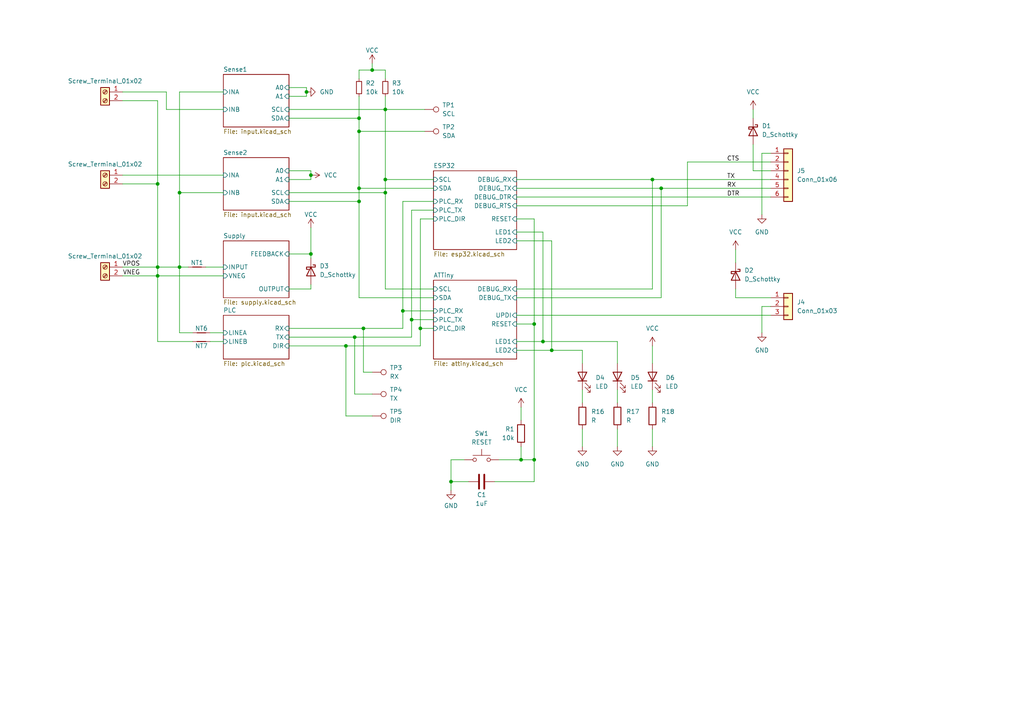
<source format=kicad_sch>
(kicad_sch (version 20230121) (generator eeschema)
  (paper "A4")
  (lib_symbols
    (symbol "Connector:Screw_Terminal_01x02" (pin_names (offset 1.016) hide)
      (property "Reference" "J" (at 0 2.54 0))
      (property "Value" "Screw_Terminal_01x02" (at 0 -5.08 0))
      (symbol "Screw_Terminal_01x02_1_1"
        (rectangle (start -1.27 1.27) (end 1.27 -3.81) (stroke (width 0.254)) (fill (type background)))
        (circle (center 0 -2.54) (radius 0.635) (stroke (width 0.1524)))
        (polyline (pts (xy -0.5334 -2.2098) (xy 0.3302 -3.048)) (stroke (width 0.1524)))
        (polyline (pts (xy -0.5334 0.3302) (xy 0.3302 -0.508)) (stroke (width 0.1524)))
        (polyline (pts (xy -0.3556 -2.032) (xy 0.508 -2.8702)) (stroke (width 0.1524)))
        (polyline (pts (xy -0.3556 0.508) (xy 0.508 -0.3302)) (stroke (width 0.1524)))
        (circle (center 0 0) (radius 0.635) (stroke (width 0.1524)))
        (pin passive line (at -5.08 0 0) (length 3.81) (name "Pin_1") (number "1"))
        (pin passive line (at -5.08 -2.54 0) (length 3.81) (name "Pin_2") (number "2"))
      )
    )
    (symbol "Connector:TestPoint" (pin_numbers hide) (pin_names (offset 0.762) hide)
      (property "Reference" "TP" (at 0 6.858 0))
      (property "Value" "TestPoint" (at 0 5.08 0))
      (symbol "TestPoint_0_1"
        (circle (center 0 3.302) (radius 0.762))
      )
      (symbol "TestPoint_1_1"
        (pin passive line (at 0 0 90) (length 2.54) (name "1") (number "1"))
      )
    )
    (symbol "Connector_Generic:Conn_01x03" (pin_names (offset 1.016) hide)
      (property "Reference" "J" (at 0 5.08 0))
      (property "Value" "Conn_01x03" (at 0 -5.08 0))
      (symbol "Conn_01x03_1_1"
        (rectangle (start -1.27 -2.413) (end 0 -2.667) (stroke (width 0.1524)))
        (rectangle (start -1.27 0.127) (end 0 -0.127) (stroke (width 0.1524)))
        (rectangle (start -1.27 2.667) (end 0 2.413) (stroke (width 0.1524)))
        (rectangle (start -1.27 3.81) (end 1.27 -3.81) (stroke (width 0.254)) (fill (type background)))
        (pin passive line (at -5.08 2.54 0) (length 3.81) (name "Pin_1") (number "1"))
        (pin passive line (at -5.08 0 0) (length 3.81) (name "Pin_2") (number "2"))
        (pin passive line (at -5.08 -2.54 0) (length 3.81) (name "Pin_3") (number "3"))
      )
    )
    (symbol "Connector_Generic:Conn_01x06" (pin_names (offset 1.016) hide)
      (property "Reference" "J" (at 0 7.62 0))
      (property "Value" "Conn_01x06" (at 0 -10.16 0))
      (symbol "Conn_01x06_1_1"
        (rectangle (start -1.27 -7.493) (end 0 -7.747) (stroke (width 0.1524)))
        (rectangle (start -1.27 -4.953) (end 0 -5.207) (stroke (width 0.1524)))
        (rectangle (start -1.27 -2.413) (end 0 -2.667) (stroke (width 0.1524)))
        (rectangle (start -1.27 0.127) (end 0 -0.127) (stroke (width 0.1524)))
        (rectangle (start -1.27 2.667) (end 0 2.413) (stroke (width 0.1524)))
        (rectangle (start -1.27 5.207) (end 0 4.953) (stroke (width 0.1524)))
        (rectangle (start -1.27 6.35) (end 1.27 -8.89) (stroke (width 0.254)) (fill (type background)))
        (pin passive line (at -5.08 5.08 0) (length 3.81) (name "Pin_1") (number "1"))
        (pin passive line (at -5.08 2.54 0) (length 3.81) (name "Pin_2") (number "2"))
        (pin passive line (at -5.08 0 0) (length 3.81) (name "Pin_3") (number "3"))
        (pin passive line (at -5.08 -2.54 0) (length 3.81) (name "Pin_4") (number "4"))
        (pin passive line (at -5.08 -5.08 0) (length 3.81) (name "Pin_5") (number "5"))
        (pin passive line (at -5.08 -7.62 0) (length 3.81) (name "Pin_6") (number "6"))
      )
    )
    (symbol "Device:C" (pin_numbers hide) (pin_names (offset 0.254))
      (property "Reference" "C" (at 0.635 2.54 0))
      (property "Value" "C" (at 0.635 -2.54 0))
      (symbol "C_0_1"
        (polyline (pts (xy -2.032 -0.762) (xy 2.032 -0.762)) (stroke (width 0.508)))
        (polyline (pts (xy -2.032 0.762) (xy 2.032 0.762)) (stroke (width 0.508)))
      )
      (symbol "C_1_1"
        (pin passive line (at 0 3.81 270) (length 2.794) (name "~") (number "1"))
        (pin passive line (at 0 -3.81 90) (length 2.794) (name "~") (number "2"))
      )
    )
    (symbol "Device:D_Schottky" (pin_numbers hide) (pin_names (offset 1.016) hide)
      (property "Reference" "D" (at 0 2.54 0))
      (property "Value" "D_Schottky" (at 0 -2.54 0))
      (symbol "D_Schottky_0_1"
        (polyline (pts (xy 1.27 0) (xy -1.27 0)))
        (polyline (pts (xy 1.27 1.27) (xy 1.27 -1.27) (xy -1.27 0) (xy 1.27 1.27)) (stroke (width 0.254)))
        (polyline (pts (xy -1.905 0.635) (xy -1.905 1.27) (xy -1.27 1.27) (xy -1.27 -1.27) (xy -0.635 -1.27) (xy -0.635 -0.635)) (stroke (width 0.254)))
      )
      (symbol "D_Schottky_1_1"
        (pin passive line (at -3.81 0 0) (length 2.54) (name "K") (number "1"))
        (pin passive line (at 3.81 0 180) (length 2.54) (name "A") (number "2"))
      )
    )
    (symbol "Device:LED" (pin_numbers hide) (pin_names (offset 1.016) hide)
      (property "Reference" "D" (at 0 2.54 0))
      (property "Value" "LED" (at 0 -2.54 0))
      (symbol "LED_0_1"
        (polyline (pts (xy -1.27 -1.27) (xy -1.27 1.27)) (stroke (width 0.254)))
        (polyline (pts (xy -1.27 0) (xy 1.27 0)))
        (polyline (pts (xy 1.27 -1.27) (xy 1.27 1.27) (xy -1.27 0) (xy 1.27 -1.27)) (stroke (width 0.254)))
        (polyline (pts (xy -3.048 -0.762) (xy -4.572 -2.286) (xy -3.81 -2.286) (xy -4.572 -2.286) (xy -4.572 -1.524)))
        (polyline (pts (xy -1.778 -0.762) (xy -3.302 -2.286) (xy -2.54 -2.286) (xy -3.302 -2.286) (xy -3.302 -1.524)))
      )
      (symbol "LED_1_1"
        (pin passive line (at -3.81 0 0) (length 2.54) (name "K") (number "1"))
        (pin passive line (at 3.81 0 180) (length 2.54) (name "A") (number "2"))
      )
    )
    (symbol "Device:NetTie_2" (pin_numbers hide) (pin_names (offset 0) hide) (in_bom no)
      (property "Reference" "NT" (at 0 1.27 0))
      (property "Value" "NetTie_2" (at 0 -1.27 0))
      (symbol "NetTie_2_0_1"
        (polyline (pts (xy -1.27 0) (xy 1.27 0)) (stroke (width 0.254)))
      )
      (symbol "NetTie_2_1_1"
        (pin passive line (at -2.54 0 0) (length 2.54) (name "1") (number "1"))
        (pin passive line (at 2.54 0 180) (length 2.54) (name "2") (number "2"))
      )
    )
    (symbol "Device:R" (pin_numbers hide) (pin_names (offset 0))
      (property "Reference" "R" (at 2.032 0 90))
      (property "Value" "R" (at 0 0 90))
      (symbol "R_0_1"
        (rectangle (start -1.016 -2.54) (end 1.016 2.54) (stroke (width 0.254)))
      )
      (symbol "R_1_1"
        (pin passive line (at 0 3.81 270) (length 1.27) (name "~") (number "1"))
        (pin passive line (at 0 -3.81 90) (length 1.27) (name "~") (number "2"))
      )
    )
    (symbol "Device:R_Small" (pin_numbers hide) (pin_names (offset 0.254) hide)
      (property "Reference" "R" (at 0.762 0.508 0))
      (property "Value" "R_Small" (at 0.762 -1.016 0))
      (symbol "R_Small_0_1"
        (rectangle (start -0.762 1.778) (end 0.762 -1.778) (stroke (width 0.2032)))
      )
      (symbol "R_Small_1_1"
        (pin passive line (at 0 2.54 270) (length 0.762) (name "~") (number "1"))
        (pin passive line (at 0 -2.54 90) (length 0.762) (name "~") (number "2"))
      )
    )
    (symbol "Switch:SW_Push" (pin_numbers hide) (pin_names (offset 1.016) hide)
      (property "Reference" "SW" (at 1.27 2.54 0))
      (property "Value" "SW_Push" (at 0 -1.524 0))
      (symbol "SW_Push_0_1"
        (circle (center -2.032 0) (radius 0.508))
        (polyline (pts (xy 0 1.27) (xy 0 3.048)))
        (polyline (pts (xy 2.54 1.27) (xy -2.54 1.27)))
        (circle (center 2.032 0) (radius 0.508))
        (pin passive line (at -5.08 0 0) (length 2.54) (name "1") (number "1"))
        (pin passive line (at 5.08 0 180) (length 2.54) (name "2") (number "2"))
      )
    )
    (symbol "power:GND" (power) (pin_names (offset 0))
      (property "Value" "GND" (at 0 -3.81 0))
      (symbol "GND_0_1"
        (polyline (pts (xy 0 0) (xy 0 -1.27) (xy 1.27 -1.27) (xy 0 -2.54) (xy -1.27 -1.27) (xy 0 -1.27)))
      )
      (symbol "GND_1_1"
        (pin power_in line (at 0 0 270) (length 0) hide (name "GND") (number "1"))
      )
    )
    (symbol "power:VCC" (power) (pin_names (offset 0))
      (property "Value" "VCC" (at 0 3.81 0))
      (symbol "VCC_0_1"
        (polyline (pts (xy -0.762 1.27) (xy 0 2.54)))
        (polyline (pts (xy 0 0) (xy 0 2.54)))
        (polyline (pts (xy 0 2.54) (xy 0.762 1.27)))
      )
      (symbol "VCC_1_1"
        (pin power_in line (at 0 0 90) (length 0) hide (name "VCC") (number "1"))
      )
    )
  )
  (junction (at 104.14 54.61))
  (junction (at 45.72 53.34))
  (junction (at 119.38 92.71))
  (junction (at 157.48 99.06))
  (junction (at 52.07 55.88))
  (junction (at 90.17 73.66))
  (junction (at 116.84 90.17))
  (junction (at 45.72 80.01))
  (junction (at 90.17 50.8))
  (junction (at 88.9 26.67))
  (junction (at 104.14 34.29))
  (junction (at 154.94 93.98))
  (junction (at 111.76 52.07))
  (junction (at 189.23 52.07))
  (junction (at 121.92 95.25))
  (junction (at 105.41 95.25))
  (junction (at 191.77 54.61))
  (junction (at 102.87 97.79))
  (junction (at 107.95 20.32))
  (junction (at 52.07 77.47))
  (junction (at 100.33 100.33))
  (junction (at 111.76 55.88))
  (junction (at 160.02 101.6))
  (junction (at 45.72 77.47))
  (junction (at 104.14 38.1))
  (junction (at 151.13 133.35))
  (junction (at 130.81 139.7))
  (junction (at 104.14 58.42))
  (junction (at 111.76 31.75))
  (junction (at 154.94 133.35))
  (wire (pts (xy 130.81 133.35) (xy 130.81 139.7)))
  (wire (pts (xy 90.17 73.66) (xy 90.17 74.93)))
  (wire (pts (xy 157.48 67.31) (xy 157.48 99.06)))
  (wire (pts (xy 149.86 69.85) (xy 160.02 69.85)))
  (wire (pts (xy 35.56 53.34) (xy 45.72 53.34)))
  (wire (pts (xy 107.95 114.3) (xy 102.87 114.3)))
  (wire (pts (xy 179.07 124.46) (xy 179.07 129.54)))
  (wire (pts (xy 35.56 50.8) (xy 64.77 50.8)))
  (wire (pts (xy 83.82 55.88) (xy 111.76 55.88)))
  (wire (pts (xy 220.98 88.9) (xy 220.98 96.52)))
  (wire (pts (xy 154.94 139.7) (xy 143.51 139.7)))
  (wire (pts (xy 111.76 20.32) (xy 107.95 20.32)))
  (wire (pts (xy 149.86 52.07) (xy 189.23 52.07)))
  (wire (pts (xy 45.72 80.01) (xy 45.72 77.47)))
  (wire (pts (xy 191.77 54.61) (xy 223.52 54.61)))
  (wire (pts (xy 83.82 34.29) (xy 104.14 34.29)))
  (wire (pts (xy 105.41 107.95) (xy 105.41 95.25)))
  (wire (pts (xy 90.17 49.53) (xy 90.17 50.8)))
  (wire (pts (xy 83.82 83.82) (xy 90.17 83.82)))
  (wire (pts (xy 121.92 100.33) (xy 100.33 100.33)))
  (wire (pts (xy 149.86 59.69) (xy 199.39 59.69)))
  (wire (pts (xy 125.73 63.5) (xy 121.92 63.5)))
  (wire (pts (xy 119.38 97.79) (xy 119.38 92.71)))
  (wire (pts (xy 199.39 46.99) (xy 223.52 46.99)))
  (wire (pts (xy 189.23 113.03) (xy 189.23 116.84)))
  (wire (pts (xy 130.81 133.35) (xy 134.62 133.35)))
  (wire (pts (xy 125.73 92.71) (xy 119.38 92.71)))
  (wire (pts (xy 107.95 120.65) (xy 100.33 120.65)))
  (wire (pts (xy 35.56 80.01) (xy 45.72 80.01)))
  (wire (pts (xy 213.36 86.36) (xy 213.36 83.82)))
  (wire (pts (xy 189.23 52.07) (xy 223.52 52.07)))
  (wire (pts (xy 104.14 38.1) (xy 104.14 54.61)))
  (wire (pts (xy 149.86 54.61) (xy 191.77 54.61)))
  (wire (pts (xy 52.07 96.52) (xy 55.88 96.52)))
  (wire (pts (xy 189.23 100.33) (xy 189.23 105.41)))
  (wire (pts (xy 52.07 77.47) (xy 45.72 77.47)))
  (wire (pts (xy 59.69 77.47) (xy 64.77 77.47)))
  (wire (pts (xy 168.91 105.41) (xy 168.91 101.6)))
  (wire (pts (xy 116.84 90.17) (xy 125.73 90.17)))
  (wire (pts (xy 160.02 69.85) (xy 160.02 101.6)))
  (wire (pts (xy 168.91 113.03) (xy 168.91 116.84)))
  (wire (pts (xy 83.82 97.79) (xy 102.87 97.79)))
  (wire (pts (xy 160.02 101.6) (xy 149.86 101.6)))
  (wire (pts (xy 107.95 107.95) (xy 105.41 107.95)))
  (wire (pts (xy 60.96 99.06) (xy 64.77 99.06)))
  (wire (pts (xy 130.81 139.7) (xy 135.89 139.7)))
  (wire (pts (xy 119.38 92.71) (xy 119.38 60.96)))
  (wire (pts (xy 45.72 53.34) (xy 45.72 77.47)))
  (wire (pts (xy 116.84 90.17) (xy 116.84 58.42)))
  (wire (pts (xy 149.86 93.98) (xy 154.94 93.98)))
  (wire (pts (xy 149.86 67.31) (xy 157.48 67.31)))
  (wire (pts (xy 149.86 86.36) (xy 191.77 86.36)))
  (wire (pts (xy 45.72 80.01) (xy 45.72 99.06)))
  (wire (pts (xy 149.86 63.5) (xy 154.94 63.5)))
  (wire (pts (xy 157.48 99.06) (xy 179.07 99.06)))
  (wire (pts (xy 213.36 72.39) (xy 213.36 76.2)))
  (wire (pts (xy 220.98 44.45) (xy 220.98 62.23)))
  (wire (pts (xy 88.9 25.4) (xy 88.9 26.67)))
  (wire (pts (xy 119.38 60.96) (xy 125.73 60.96)))
  (wire (pts (xy 52.07 55.88) (xy 64.77 55.88)))
  (wire (pts (xy 111.76 22.86) (xy 111.76 20.32)))
  (wire (pts (xy 64.77 31.75) (xy 48.26 31.75)))
  (wire (pts (xy 107.95 20.32) (xy 107.95 18.415)))
  (wire (pts (xy 154.94 63.5) (xy 154.94 93.98)))
  (wire (pts (xy 60.96 96.52) (xy 64.77 96.52)))
  (wire (pts (xy 220.98 44.45) (xy 223.52 44.45)))
  (wire (pts (xy 52.07 77.47) (xy 52.07 96.52)))
  (wire (pts (xy 35.56 29.21) (xy 45.72 29.21)))
  (wire (pts (xy 111.76 27.94) (xy 111.76 31.75)))
  (wire (pts (xy 218.44 31.75) (xy 218.44 34.29)))
  (wire (pts (xy 168.91 124.46) (xy 168.91 129.54)))
  (wire (pts (xy 121.92 95.25) (xy 121.92 100.33)))
  (wire (pts (xy 45.72 80.01) (xy 64.77 80.01)))
  (wire (pts (xy 105.41 95.25) (xy 116.84 95.25)))
  (wire (pts (xy 104.14 34.29) (xy 104.14 38.1)))
  (wire (pts (xy 111.76 83.82) (xy 125.73 83.82)))
  (wire (pts (xy 154.94 93.98) (xy 154.94 133.35)))
  (wire (pts (xy 90.17 52.07) (xy 90.17 50.8)))
  (wire (pts (xy 90.17 83.82) (xy 90.17 82.55)))
  (wire (pts (xy 116.84 95.25) (xy 116.84 90.17)))
  (wire (pts (xy 179.07 113.03) (xy 179.07 116.84)))
  (wire (pts (xy 83.82 73.66) (xy 90.17 73.66)))
  (wire (pts (xy 83.82 27.94) (xy 88.9 27.94)))
  (wire (pts (xy 151.13 129.54) (xy 151.13 133.35)))
  (wire (pts (xy 102.87 97.79) (xy 102.87 114.3)))
  (wire (pts (xy 151.13 118.11) (xy 151.13 121.92)))
  (wire (pts (xy 111.76 31.75) (xy 123.19 31.75)))
  (wire (pts (xy 104.14 54.61) (xy 104.14 58.42)))
  (wire (pts (xy 111.76 55.88) (xy 111.76 83.82)))
  (wire (pts (xy 52.07 55.88) (xy 52.07 77.47)))
  (wire (pts (xy 90.17 66.04) (xy 90.17 73.66)))
  (wire (pts (xy 218.44 41.91) (xy 218.44 49.53)))
  (wire (pts (xy 88.9 27.94) (xy 88.9 26.67)))
  (wire (pts (xy 52.07 26.67) (xy 52.07 55.88)))
  (wire (pts (xy 116.84 58.42) (xy 125.73 58.42)))
  (wire (pts (xy 130.81 139.7) (xy 130.81 142.24)))
  (wire (pts (xy 125.73 95.25) (xy 121.92 95.25)))
  (wire (pts (xy 199.39 59.69) (xy 199.39 46.99)))
  (wire (pts (xy 102.87 97.79) (xy 119.38 97.79)))
  (wire (pts (xy 83.82 95.25) (xy 105.41 95.25)))
  (wire (pts (xy 144.78 133.35) (xy 151.13 133.35)))
  (wire (pts (xy 104.14 54.61) (xy 125.73 54.61)))
  (wire (pts (xy 149.86 57.15) (xy 223.52 57.15)))
  (wire (pts (xy 104.14 38.1) (xy 123.19 38.1)))
  (wire (pts (xy 149.86 91.44) (xy 223.52 91.44)))
  (wire (pts (xy 48.26 31.75) (xy 48.26 26.67)))
  (wire (pts (xy 111.76 31.75) (xy 111.76 52.07)))
  (wire (pts (xy 111.76 52.07) (xy 111.76 55.88)))
  (wire (pts (xy 100.33 120.65) (xy 100.33 100.33)))
  (wire (pts (xy 104.14 20.32) (xy 107.95 20.32)))
  (wire (pts (xy 100.33 100.33) (xy 83.82 100.33)))
  (wire (pts (xy 168.91 101.6) (xy 160.02 101.6)))
  (wire (pts (xy 83.82 49.53) (xy 90.17 49.53)))
  (wire (pts (xy 52.07 77.47) (xy 54.61 77.47)))
  (wire (pts (xy 191.77 86.36) (xy 191.77 54.61)))
  (wire (pts (xy 213.36 86.36) (xy 223.52 86.36)))
  (wire (pts (xy 83.82 25.4) (xy 88.9 25.4)))
  (wire (pts (xy 151.13 133.35) (xy 154.94 133.35)))
  (wire (pts (xy 45.72 77.47) (xy 35.56 77.47)))
  (wire (pts (xy 179.07 99.06) (xy 179.07 105.41)))
  (wire (pts (xy 223.52 88.9) (xy 220.98 88.9)))
  (wire (pts (xy 189.23 83.82) (xy 189.23 52.07)))
  (wire (pts (xy 111.76 31.75) (xy 83.82 31.75)))
  (wire (pts (xy 104.14 22.86) (xy 104.14 20.32)))
  (wire (pts (xy 104.14 58.42) (xy 104.14 86.36)))
  (wire (pts (xy 83.82 58.42) (xy 104.14 58.42)))
  (wire (pts (xy 218.44 49.53) (xy 223.52 49.53)))
  (wire (pts (xy 111.76 52.07) (xy 125.73 52.07)))
  (wire (pts (xy 121.92 63.5) (xy 121.92 95.25)))
  (wire (pts (xy 104.14 27.94) (xy 104.14 34.29)))
  (wire (pts (xy 52.07 26.67) (xy 64.77 26.67)))
  (wire (pts (xy 83.82 52.07) (xy 90.17 52.07)))
  (wire (pts (xy 189.23 124.46) (xy 189.23 129.54)))
  (wire (pts (xy 154.94 133.35) (xy 154.94 139.7)))
  (wire (pts (xy 45.72 29.21) (xy 45.72 53.34)))
  (wire (pts (xy 157.48 99.06) (xy 149.86 99.06)))
  (wire (pts (xy 55.88 99.06) (xy 45.72 99.06)))
  (wire (pts (xy 48.26 26.67) (xy 35.56 26.67)))
  (wire (pts (xy 149.86 83.82) (xy 189.23 83.82)))
  (wire (pts (xy 104.14 86.36) (xy 125.73 86.36)))
  (label "VNEG" (at 40.64 80.01 180))
  (label "RX" (at 210.82 54.61 0))
  (label "VPOS" (at 40.64 77.47 180))
  (label "DTR" (at 210.82 57.15 0))
  (label "TX" (at 210.82 52.07 0))
  (label "CTS" (at 210.82 46.99 0))
  (symbol (lib_id "Connector:TestPoint") (at 123.19 31.75 270) (unit 1)
    (property "Reference" "TP1" (at 128.27 30.48 90) (effects (justify left)))
    (property "Value" "SCL" (at 128.27 33.02 90) (effects (justify left)))
    (property "Footprint" "TestPoint:TestPoint_Loop_D2.50mm_Drill1.0mm" (effects hide))
  )
  (symbol (lib_id "power:GND") (at 220.98 62.23 0) (mirror y) (unit 1)
    (property "Reference" "#PWR012" (effects hide))
    (property "Value" "GND" (at 220.98 67.31 0))
  )
  (symbol (lib_id "Device:R") (at 179.07 120.65 0) (unit 1)
    (property "Reference" "R17" (at 181.61 119.38 0) (effects (justify left)))
    (property "Value" "R" (at 181.61 121.92 0) (effects (justify left)))
    (property "Footprint" "Resistor_SMD:R_1206_3216Metric_Pad1.30x1.75mm_HandSolder" (effects hide))
  )
  (symbol (lib_id "Connector:TestPoint") (at 107.95 114.3 270) (unit 1)
    (property "Reference" "TP4" (at 113.03 113.03 90) (effects (justify left)))
    (property "Value" "TX" (at 113.03 115.57 90) (effects (justify left)))
    (property "Footprint" "TestPoint:TestPoint_Loop_D2.50mm_Drill1.0mm" (effects hide))
  )
  (symbol (lib_id "Switch:SW_Push") (at 139.7 133.35 0) (mirror y) (unit 1)
    (property "Reference" "SW1" (at 139.7 125.73 0))
    (property "Value" "RESET" (at 139.7 128.27 0))
    (property "Footprint" "Button_Switch_SMD:SW_Push_1P1T_NO_6x6mm_H9.5mm" (effects hide))
  )
  (symbol (lib_id "Device:D_Schottky") (at 218.44 38.1 270) (unit 1)
    (property "Reference" "D1" (at 220.98 36.5125 90) (effects (justify left)))
    (property "Value" "D_Schottky" (at 220.98 39.0525 90) (effects (justify left)))
    (property "Footprint" "Diode_SMD:D_1206_3216Metric_Pad1.42x1.75mm_HandSolder" (effects hide))
  )
  (symbol (lib_id "power:VCC") (at 189.23 100.33 0) (unit 1)
    (property "Reference" "#PWR039" (effects hide))
    (property "Value" "VCC" (at 189.23 95.25 0))
  )
  (symbol (lib_id "Connector:Screw_Terminal_01x02") (at 30.48 50.8 0) (mirror y) (unit 1)
    (property "Reference" "J2" (effects hide))
    (property "Value" "Screw_Terminal_01x02" (at 30.48 47.625 0))
    (property "Footprint" "TerminalBlock_Phoenix:TerminalBlock_Phoenix_PT-1,5-2-5.0-H_1x02_P5.00mm_Horizontal" (effects hide))
  )
  (symbol (lib_id "power:GND") (at 220.98 96.52 0) (unit 1)
    (property "Reference" "#PWR037" (effects hide))
    (property "Value" "GND" (at 220.98 101.6 0))
  )
  (symbol (lib_id "Device:NetTie_2") (at 58.42 99.06 0) (unit 1) (in_bom no)
    (property "Reference" "NT7" (at 58.42 100.33 0))
    (property "Value" "NetTie_2" (effects hide))
    (property "Footprint" "NetTie:NetTie-2_SMD_Pad0.5mm" (effects hide))
  )
  (symbol (lib_id "Device:LED") (at 189.23 109.22 90) (unit 1)
    (property "Reference" "D6" (at 193.04 109.5375 90) (effects (justify right)))
    (property "Value" "LED" (at 193.04 112.0775 90) (effects (justify right)))
    (property "Footprint" "LED_SMD:LED_1206_3216Metric_Pad1.42x1.75mm_HandSolder" (effects hide))
  )
  (symbol (lib_id "Device:R_Small") (at 104.14 25.4 0) (unit 1)
    (property "Reference" "R2" (at 106.045 24.13 0) (effects (justify left)))
    (property "Value" "10k" (at 106.045 26.67 0) (effects (justify left)))
    (property "Footprint" "Resistor_SMD:R_1206_3216Metric_Pad1.30x1.75mm_HandSolder" (effects hide))
  )
  (symbol (lib_id "Connector:Screw_Terminal_01x02") (at 30.48 26.67 0) (mirror y) (unit 1)
    (property "Reference" "J1" (effects hide))
    (property "Value" "Screw_Terminal_01x02" (at 30.48 23.495 0))
    (property "Footprint" "TerminalBlock_Phoenix:TerminalBlock_Phoenix_PT-1,5-2-5.0-H_1x02_P5.00mm_Horizontal" (effects hide))
  )
  (symbol (lib_id "power:GND") (at 130.81 142.24 0) (unit 1)
    (property "Reference" "#PWR05" (effects hide))
    (property "Value" "GND" (at 130.81 146.685 0))
  )
  (symbol (lib_id "Connector:TestPoint") (at 123.19 38.1 270) (unit 1)
    (property "Reference" "TP2" (at 128.27 36.83 90) (effects (justify left)))
    (property "Value" "SDA" (at 128.27 39.37 90) (effects (justify left)))
    (property "Footprint" "TestPoint:TestPoint_Loop_D2.50mm_Drill1.0mm" (effects hide))
  )
  (symbol (lib_id "Device:NetTie_2") (at 58.42 96.52 0) (unit 1) (in_bom no)
    (property "Reference" "NT6" (at 58.42 95.25 0))
    (property "Value" "NetTie_2" (effects hide))
    (property "Footprint" "NetTie:NetTie-2_SMD_Pad0.5mm" (effects hide))
  )
  (symbol (lib_id "Device:NetTie_2") (at 57.15 77.47 0) (unit 1) (in_bom no)
    (property "Reference" "NT1" (at 57.15 76.2 0))
    (property "Value" "NetTie_2" (effects hide))
    (property "Footprint" "NetTie:NetTie-2_SMD_Pad0.5mm" (effects hide))
  )
  (symbol (lib_id "Device:D_Schottky") (at 90.17 78.74 270) (unit 1)
    (property "Reference" "D3" (at 92.71 77.1525 90) (effects (justify left)))
    (property "Value" "D_Schottky" (at 92.71 79.6925 90) (effects (justify left)))
    (property "Footprint" "Diode_SMD:D_1206_3216Metric_Pad1.42x1.75mm_HandSolder" (effects hide))
  )
  (symbol (lib_id "Connector:TestPoint") (at 107.95 107.95 270) (unit 1)
    (property "Reference" "TP3" (at 113.03 106.68 90) (effects (justify left)))
    (property "Value" "RX" (at 113.03 109.22 90) (effects (justify left)))
    (property "Footprint" "TestPoint:TestPoint_Loop_D2.50mm_Drill1.0mm" (effects hide))
  )
  (symbol (lib_id "Device:R") (at 151.13 125.73 0) (mirror y) (unit 1)
    (property "Reference" "R1" (at 149.225 124.46 0) (effects (justify left)))
    (property "Value" "10k" (at 149.225 127 0) (effects (justify left)))
    (property "Footprint" "Resistor_SMD:R_1206_3216Metric_Pad1.30x1.75mm_HandSolder" (effects hide))
  )
  (symbol (lib_id "Device:R") (at 168.91 120.65 0) (unit 1)
    (property "Reference" "R16" (at 171.45 119.38 0) (effects (justify left)))
    (property "Value" "R" (at 171.45 121.92 0) (effects (justify left)))
    (property "Footprint" "Resistor_SMD:R_1206_3216Metric_Pad1.30x1.75mm_HandSolder" (effects hide))
  )
  (symbol (lib_id "Connector:TestPoint") (at 107.95 120.65 270) (unit 1)
    (property "Reference" "TP5" (at 113.03 119.38 90) (effects (justify left)))
    (property "Value" "DIR" (at 113.03 121.92 90) (effects (justify left)))
    (property "Footprint" "TestPoint:TestPoint_Loop_D2.50mm_Drill1.0mm" (effects hide))
  )
  (symbol (lib_id "Device:LED") (at 179.07 109.22 90) (unit 1)
    (property "Reference" "D5" (at 182.88 109.5375 90) (effects (justify right)))
    (property "Value" "LED" (at 182.88 112.0775 90) (effects (justify right)))
    (property "Footprint" "LED_SMD:LED_1206_3216Metric_Pad1.42x1.75mm_HandSolder" (effects hide))
  )
  (symbol (lib_id "power:GND") (at 168.91 129.54 0) (unit 1)
    (property "Reference" "#PWR040" (effects hide))
    (property "Value" "GND" (at 168.91 134.62 0))
  )
  (symbol (lib_id "Connector_Generic:Conn_01x03") (at 228.6 88.9 0) (unit 1)
    (property "Reference" "J4" (at 231.14 87.63 0) (effects (justify left)))
    (property "Value" "Conn_01x03" (at 231.14 90.17 0) (effects (justify left)))
    (property "Footprint" "Connector_PinHeader_2.54mm:PinHeader_1x03_P2.54mm_Horizontal" (effects hide))
  )
  (symbol (lib_id "power:VCC") (at 218.44 31.75 0) (mirror y) (unit 1)
    (property "Reference" "#PWR011" (effects hide))
    (property "Value" "VCC" (at 218.44 26.67 0))
  )
  (symbol (lib_id "power:GND") (at 88.9 26.67 90) (unit 1)
    (property "Reference" "#PWR022" (effects hide))
    (property "Value" "GND" (at 92.71 26.67 90) (effects (justify right)))
  )
  (symbol (lib_id "Device:C") (at 139.7 139.7 270) (unit 1)
    (property "Reference" "C1" (at 139.7 143.51 90))
    (property "Value" "1uF" (at 139.7 146.05 90))
    (property "Footprint" "Capacitor_SMD:C_1206_3216Metric_Pad1.33x1.80mm_HandSolder" (effects hide))
  )
  (symbol (lib_id "power:VCC") (at 90.17 66.04 0) (unit 1)
    (property "Reference" "#PWR04" (effects hide))
    (property "Value" "VCC" (at 90.17 62.23 0))
  )
  (symbol (lib_id "power:VCC") (at 90.17 50.8 270) (unit 1)
    (property "Reference" "#PWR023" (effects hide))
    (property "Value" "VCC" (at 93.98 50.8 90) (effects (justify left)))
  )
  (symbol (lib_id "power:VCC") (at 213.36 72.39 0) (unit 1)
    (property "Reference" "#PWR036" (effects hide))
    (property "Value" "VCC" (at 213.36 67.31 0))
  )
  (symbol (lib_id "Device:D_Schottky") (at 213.36 80.01 270) (unit 1)
    (property "Reference" "D2" (at 215.9 78.4225 90) (effects (justify left)))
    (property "Value" "D_Schottky" (at 215.9 80.9625 90) (effects (justify left)))
    (property "Footprint" "Diode_SMD:D_1206_3216Metric_Pad1.42x1.75mm_HandSolder" (effects hide))
  )
  (symbol (lib_id "Device:R_Small") (at 111.76 25.4 0) (unit 1)
    (property "Reference" "R3" (at 113.665 24.13 0) (effects (justify left)))
    (property "Value" "10k" (at 113.665 26.67 0) (effects (justify left)))
    (property "Footprint" "Resistor_SMD:R_1206_3216Metric_Pad1.30x1.75mm_HandSolder" (effects hide))
  )
  (symbol (lib_id "power:VCC") (at 151.13 118.11 0) (mirror y) (unit 1)
    (property "Reference" "#PWR06" (effects hide))
    (property "Value" "VCC" (at 151.13 113.03 0))
  )
  (symbol (lib_id "power:GND") (at 179.07 129.54 0) (unit 1)
    (property "Reference" "#PWR041" (effects hide))
    (property "Value" "GND" (at 179.07 134.62 0))
  )
  (symbol (lib_id "Connector_Generic:Conn_01x06") (at 228.6 49.53 0) (unit 1)
    (property "Reference" "J5" (at 231.14 49.53 0) (effects (justify left)))
    (property "Value" "Conn_01x06" (at 231.14 52.07 0) (effects (justify left)))
    (property "Footprint" "Connector_PinHeader_2.54mm:PinHeader_1x06_P2.54mm_Horizontal" (effects hide))
  )
  (symbol (lib_id "Device:LED") (at 168.91 109.22 90) (unit 1)
    (property "Reference" "D4" (at 172.72 109.5375 90) (effects (justify right)))
    (property "Value" "LED" (at 172.72 112.0775 90) (effects (justify right)))
    (property "Footprint" "LED_SMD:LED_1206_3216Metric_Pad1.42x1.75mm_HandSolder" (effects hide))
  )
  (symbol (lib_id "power:GND") (at 189.23 129.54 0) (unit 1)
    (property "Reference" "#PWR042" (effects hide))
    (property "Value" "GND" (at 189.23 134.62 0))
  )
  (symbol (lib_id "power:VCC") (at 107.95 18.415 0) (unit 1)
    (property "Reference" "#PWR010" (effects hide))
    (property "Value" "VCC" (at 107.95 14.605 0))
  )
  (symbol (lib_id "Device:R") (at 189.23 120.65 0) (unit 1)
    (property "Reference" "R18" (at 191.77 119.38 0) (effects (justify left)))
    (property "Value" "R" (at 191.77 121.92 0) (effects (justify left)))
    (property "Footprint" "Resistor_SMD:R_1206_3216Metric_Pad1.30x1.75mm_HandSolder" (effects hide))
  )
  (symbol (lib_id "Connector:Screw_Terminal_01x02") (at 30.48 77.47 0) (mirror y) (unit 1)
    (property "Reference" "J3" (effects hide))
    (property "Value" "Screw_Terminal_01x02" (at 30.48 74.295 0))
    (property "Footprint" "TerminalBlock_Phoenix:TerminalBlock_Phoenix_PT-1,5-2-5.0-H_1x02_P5.00mm_Horizontal" (effects hide))
  )
  (sheet (at 125.73 49.53) (size 24.13 22.86) (stroke (width 0.1524))
    (property "Sheetname" "ESP32" (at 125.73 48.8184 0) (effects (justify left bottom)))
    (property "Sheetfile" "esp32.kicad_sch" (at 125.73 72.9746 0) (effects (justify left top)))
    (pin "SDA" input (at 125.73 54.61 180))
    (pin "SCL" input (at 125.73 52.07 180))
    (pin "RESET" input (at 149.86 63.5 0))
    (pin "DEBUG_RX" input (at 149.86 52.07 0))
    (pin "DEBUG_TX" input (at 149.86 54.61 0))
    (pin "PLC_RX" input (at 125.73 58.42 180))
    (pin "PLC_TX" input (at 125.73 60.96 180))
    (pin "PLC_DIR" input (at 125.73 63.5 180))
    (pin "DEBUG_DTR" input (at 149.86 57.15 0))
    (pin "DEBUG_RTS" input (at 149.86 59.69 0))
    (pin "LED1" input (at 149.86 67.31 0))
    (pin "LED2" input (at 149.86 69.85 0))
  )
  (sheet (at 64.77 45.72) (size 19.05 15.24) (stroke (width 0.1524))
    (property "Sheetname" "Sense2" (at 64.77 45.0084 0) (effects (justify left bottom)))
    (property "Sheetfile" "input.kicad_sch" (at 64.77 61.5446 0) (effects (justify left top)))
    (pin "INA" input (at 64.77 50.8 180))
    (pin "INB" input (at 64.77 55.88 180))
    (pin "A0" input (at 83.82 49.53 0))
    (pin "A1" input (at 83.82 52.07 0))
    (pin "SCL" input (at 83.82 55.88 0))
    (pin "SDA" input (at 83.82 58.42 0))
  )
  (sheet (at 125.73 81.28) (size 24.13 22.86) (stroke (width 0.1524))
    (property "Sheetname" "ATTiny" (at 125.73 80.5684 0) (effects (justify left bottom)))
    (property "Sheetfile" "attiny.kicad_sch" (at 125.73 104.7246 0) (effects (justify left top)))
    (pin "SCL" input (at 125.73 83.82 180))
    (pin "SDA" input (at 125.73 86.36 180))
    (pin "PLC_TX" input (at 125.73 92.71 180))
    (pin "RESET" input (at 149.86 93.98 0))
    (pin "PLC_RX" input (at 125.73 90.17 180))
    (pin "DEBUG_TX" input (at 149.86 86.36 0))
    (pin "DEBUG_RX" input (at 149.86 83.82 0))
    (pin "PLC_DIR" input (at 125.73 95.25 180))
    (pin "UPDI" input (at 149.86 91.44 0))
    (pin "LED1" input (at 149.86 99.06 0))
    (pin "LED2" input (at 149.86 101.6 0))
  )
  (sheet (at 64.77 91.44) (size 19.05 12.7) (stroke (width 0.1524))
    (property "Sheetname" "PLC" (at 64.77 90.7284 0) (effects (justify left bottom)))
    (property "Sheetfile" "plc.kicad_sch" (at 64.77 104.7246 0) (effects (justify left top)))
    (pin "TX" input (at 83.82 97.79 0))
    (pin "RX" input (at 83.82 95.25 0))
    (pin "DIR" input (at 83.82 100.33 0))
    (pin "LINEA" input (at 64.77 96.52 180))
    (pin "LINEB" input (at 64.77 99.06 180))
  )
  (sheet (at 64.77 69.85) (size 19.05 16.51) (stroke (width 0.1524))
    (property "Sheetname" "Supply" (at 64.77 69.1384 0) (effects (justify left bottom)))
    (property "Sheetfile" "supply.kicad_sch" (at 64.77 86.9446 0) (effects (justify left top)))
    (pin "OUTPUT" input (at 83.82 83.82 0))
    (pin "INPUT" input (at 64.77 77.47 180))
    (pin "VNEG" input (at 64.77 80.01 180))
    (pin "FEEDBACK" input (at 83.82 73.66 0))
  )
  (sheet (at 64.77 21.59) (size 19.05 15.24) (stroke (width 0.1524))
    (property "Sheetname" "Sense1" (at 64.77 20.8784 0) (effects (justify left bottom)))
    (property "Sheetfile" "input.kicad_sch" (at 64.77 37.4146 0) (effects (justify left top)))
    (pin "INA" input (at 64.77 26.67 180))
    (pin "INB" input (at 64.77 31.75 180))
    (pin "A0" input (at 83.82 25.4 0))
    (pin "A1" input (at 83.82 27.94 0))
    (pin "SCL" input (at 83.82 31.75 0))
    (pin "SDA" input (at 83.82 34.29 0))
  )
)
</source>
